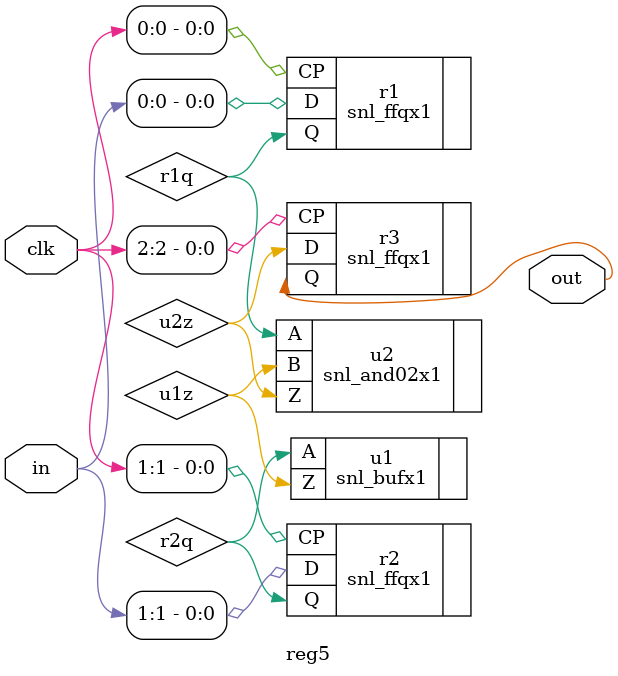
<source format=v>
module reg5 (out,
    clk,
    in);
 output out;
 input [2:0] clk;
 input [0:1] in;

 wire r1q;
 wire r2q;
 wire u1z;
 wire u2z;

 snl_ffqx1 r1 (.Q(r1q),
    .D(in[0]),
    .CP(clk[0]));
 snl_ffqx1 r2 (.Q(r2q),
    .D(in[1]),
    .CP(clk[1]));
 snl_ffqx1 r3 (.Q(out),
    .D(u2z),
    .CP(clk[2]));
 snl_bufx1 u1 (.Z(u1z),
    .A(r2q));
 snl_and02x1 u2 (.Z(u2z),
    .A(r1q),
    .B(u1z));
endmodule

</source>
